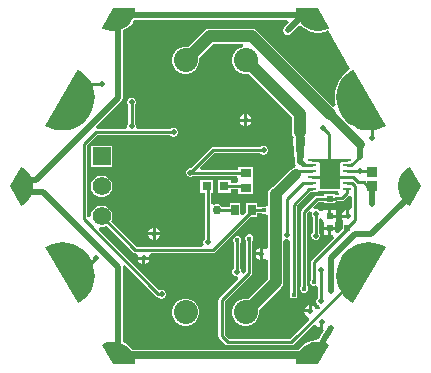
<source format=gbr>
%TF.GenerationSoftware,Altium Limited,Altium Designer,25.8.1 (18)*%
G04 Layer_Physical_Order=1*
G04 Layer_Color=255*
%FSLAX45Y45*%
%MOMM*%
%TF.SameCoordinates,D209C50B-13B8-4165-AD63-5D07F8741E93*%
%TF.FilePolarity,Positive*%
%TF.FileFunction,Copper,L1,Top,Signal*%
%TF.Part,Single*%
G01*
G75*
%TA.AperFunction,SMDPad,CuDef*%
%ADD10R,0.76200X0.25400*%
%ADD11R,0.64000X0.89000*%
%ADD12R,0.95000X0.80000*%
%ADD13R,1.80340X2.59080*%
%ADD14R,0.86213X0.85776*%
G04:AMPARAMS|DCode=15|XSize=1mm|YSize=1mm|CornerRadius=0.5mm|HoleSize=0mm|Usage=FLASHONLY|Rotation=120.000|XOffset=0mm|YOffset=0mm|HoleType=Round|Shape=RoundedRectangle|*
%AMROUNDEDRECTD15*
21,1,1.00000,0.00000,0,0,120.0*
21,1,0.00000,1.00000,0,0,120.0*
1,1,1.00000,0.00000,0.00000*
1,1,1.00000,0.00000,0.00000*
1,1,1.00000,0.00000,0.00000*
1,1,1.00000,0.00000,0.00000*
%
%ADD15ROUNDEDRECTD15*%
%ADD16R,0.60000X0.50000*%
%ADD17R,0.50000X0.60000*%
%ADD18R,0.80000X0.80000*%
G04:AMPARAMS|DCode=19|XSize=1mm|YSize=1mm|CornerRadius=0.5mm|HoleSize=0mm|Usage=FLASHONLY|Rotation=0.000|XOffset=0mm|YOffset=0mm|HoleType=Round|Shape=RoundedRectangle|*
%AMROUNDEDRECTD19*
21,1,1.00000,0.00000,0,0,0.0*
21,1,0.00000,1.00000,0,0,0.0*
1,1,1.00000,0.00000,0.00000*
1,1,1.00000,0.00000,0.00000*
1,1,1.00000,0.00000,0.00000*
1,1,1.00000,0.00000,0.00000*
%
%ADD19ROUNDEDRECTD19*%
G04:AMPARAMS|DCode=20|XSize=1mm|YSize=1mm|CornerRadius=0.5mm|HoleSize=0mm|Usage=FLASHONLY|Rotation=60.000|XOffset=0mm|YOffset=0mm|HoleType=Round|Shape=RoundedRectangle|*
%AMROUNDEDRECTD20*
21,1,1.00000,0.00000,0,0,60.0*
21,1,0.00000,1.00000,0,0,60.0*
1,1,1.00000,0.00000,0.00000*
1,1,1.00000,0.00000,0.00000*
1,1,1.00000,0.00000,0.00000*
1,1,1.00000,0.00000,0.00000*
%
%ADD20ROUNDEDRECTD20*%
%TA.AperFunction,Conductor*%
%ADD21C,0.68580*%
%ADD22C,0.76200*%
%ADD23C,0.50800*%
%ADD24C,0.60960*%
%ADD25C,1.01600*%
%ADD26C,0.25400*%
%ADD27C,0.43180*%
%ADD28C,0.83820*%
%ADD29C,0.63500*%
%TA.AperFunction,ComponentPad*%
%ADD30C,2.03200*%
%ADD31C,1.57000*%
%ADD32R,1.57000X1.57000*%
%TA.AperFunction,ViaPad*%
%ADD33C,0.76200*%
%ADD34C,0.50800*%
%ADD35C,0.45720*%
%ADD36C,0.43180*%
%ADD37C,0.38100*%
G36*
X868900Y1505302D02*
X963200Y1342424D01*
X949010Y1333713D01*
X917980Y1321624D01*
X885294Y1315253D01*
X851996Y1314804D01*
X819150Y1320292D01*
X787806Y1331541D01*
X758966Y1348192D01*
X733552Y1369712D01*
X712377Y1395414D01*
X696116Y1424475D01*
X685290Y1455968D01*
X680245Y1488884D01*
X680694Y1505529D01*
Y1505529D01*
X868900Y1505302D01*
D02*
G37*
G36*
X-680245Y1488884D02*
X-685290Y1455968D01*
X-696116Y1424475D01*
X-712377Y1395414D01*
X-733552Y1369712D01*
X-758966Y1348192D01*
X-787806Y1331541D01*
X-819150Y1320292D01*
X-851996Y1314804D01*
X-885294Y1315253D01*
X-917980Y1321624D01*
X-949010Y1333713D01*
X-963200Y1342424D01*
Y1342424D01*
X-868900Y1505302D01*
X-680694Y1505529D01*
X-680245Y1488884D01*
D02*
G37*
G36*
X619114Y1385251D02*
X582131Y1348269D01*
X580006Y1345087D01*
X577300Y1342382D01*
X575836Y1338847D01*
X573711Y1335666D01*
X572964Y1331913D01*
X571500Y1328379D01*
Y1324553D01*
X570753Y1320800D01*
X571500Y1317047D01*
Y1313221D01*
X572964Y1309687D01*
X573711Y1305934D01*
X575836Y1302753D01*
X577300Y1299218D01*
X580006Y1296513D01*
X582131Y1293331D01*
X585313Y1291206D01*
X588018Y1288500D01*
X591553Y1287036D01*
X594734Y1284911D01*
X598487Y1284164D01*
X602021Y1282700D01*
X605847D01*
X609600Y1281953D01*
X613353Y1282700D01*
X617179D01*
X620713Y1284164D01*
X624466Y1284911D01*
X627647Y1287036D01*
X631182Y1288500D01*
X633887Y1291206D01*
X637069Y1293331D01*
X700806Y1357069D01*
X724669Y1359221D01*
X750083Y1337701D01*
X751309Y1337309D01*
X752093Y1336287D01*
X780933Y1319637D01*
X782209Y1319469D01*
X783162Y1318603D01*
X814506Y1307354D01*
X815792Y1307416D01*
X816884Y1306734D01*
X849730Y1301246D01*
X850985Y1301536D01*
X852181Y1301059D01*
X885479Y1301508D01*
X886662Y1302016D01*
X887924Y1301760D01*
X920610Y1308131D01*
X921683Y1308842D01*
X922971Y1308815D01*
X949544Y1319169D01*
X1138543Y991809D01*
X1138219Y991016D01*
X1103715Y964016D01*
X1103151Y963017D01*
X1102108Y962539D01*
X1072311Y930418D01*
X1071912Y929343D01*
X1070958Y928706D01*
X1046619Y892275D01*
X1046395Y891150D01*
X1045554Y890370D01*
X1027286Y850547D01*
X1027243Y849401D01*
X1026536Y848498D01*
X1014799Y806286D01*
X1014938Y805148D01*
X1014383Y804144D01*
X1009473Y760607D01*
X1009790Y759505D01*
X1009401Y758426D01*
X1011442Y714660D01*
X1011930Y713622D01*
X1011716Y712495D01*
X1017490Y684793D01*
X994171Y672191D01*
X350581Y1315781D01*
X329576Y1329816D01*
X304800Y1334744D01*
X-50800D01*
X-75576Y1329816D01*
X-96581Y1315781D01*
X-232887Y1179475D01*
X-238952Y1181100D01*
X-269048D01*
X-298118Y1173311D01*
X-324182Y1158263D01*
X-345463Y1136982D01*
X-360511Y1110918D01*
X-368300Y1081848D01*
Y1051752D01*
X-360511Y1022682D01*
X-345463Y996618D01*
X-324182Y975337D01*
X-298118Y960289D01*
X-269048Y952500D01*
X-238952D01*
X-209882Y960289D01*
X-183818Y975337D01*
X-162537Y996618D01*
X-147489Y1022682D01*
X-139700Y1051752D01*
Y1081848D01*
X-141325Y1087913D01*
X-23982Y1205256D01*
X230965D01*
X234309Y1179856D01*
X209882Y1173311D01*
X183818Y1158263D01*
X162537Y1136982D01*
X147489Y1110918D01*
X139700Y1081848D01*
Y1051752D01*
X147489Y1022682D01*
X162537Y996618D01*
X183818Y975337D01*
X209882Y960289D01*
X238952Y952500D01*
X269048D01*
X275113Y954125D01*
X646456Y582782D01*
Y457200D01*
X651384Y432424D01*
X661554Y417204D01*
X659405Y406400D01*
Y355600D01*
X663290Y336070D01*
Y304800D01*
X666936Y286466D01*
X667174Y286110D01*
Y254000D01*
X670525Y237152D01*
X672353Y234416D01*
Y203200D01*
X675311Y188334D01*
X680100Y181167D01*
X679847Y177972D01*
X673904Y161678D01*
X669299Y155092D01*
X656868Y152619D01*
X638804Y140549D01*
X490525Y-7729D01*
X483224Y-9182D01*
X462219Y-23217D01*
X448184Y-44221D01*
X443256Y-68998D01*
Y-159233D01*
X437130Y-164768D01*
X417856Y-173579D01*
X412715Y-171450D01*
X400085D01*
X388415Y-176284D01*
X387396Y-177302D01*
X349500D01*
Y-143600D01*
X260100D01*
Y-221375D01*
X234900Y-246575D01*
X209500Y-236054D01*
Y-143600D01*
X120100D01*
Y-176171D01*
X56686D01*
X55494Y-173292D01*
X41204Y-159002D01*
X22533Y-151268D01*
X2323D01*
X-13725Y-157916D01*
X-26105Y-153371D01*
X-39125Y-145858D01*
Y-52700D01*
X-22300D01*
Y52700D01*
X-127700D01*
Y-52700D01*
X-90920D01*
Y-447861D01*
X-97322Y-454263D01*
X-103123Y-468266D01*
Y-483423D01*
X-101104Y-488296D01*
X-112808Y-510927D01*
X-115984Y-513696D01*
X-668879D01*
X-885032Y-297544D01*
X-880215Y-289202D01*
X-874000Y-266007D01*
Y-241993D01*
X-880215Y-218798D01*
X-892222Y-198002D01*
X-909202Y-181022D01*
X-929998Y-169015D01*
X-953193Y-162800D01*
X-977207D01*
X-1000402Y-169015D01*
X-1021198Y-181022D01*
X-1038178Y-198002D01*
X-1050185Y-218798D01*
X-1056400Y-241993D01*
Y-250773D01*
X-1081800Y-263688D01*
X-1091702Y-256468D01*
Y342366D01*
X-1077741Y354054D01*
X-1056400Y338794D01*
X-1056400Y320192D01*
Y162800D01*
X-874000D01*
Y345200D01*
X-1031018D01*
X-1052699Y345200D01*
X-1060606Y350751D01*
X-1072746Y363830D01*
X-1005273Y431302D01*
X-383584D01*
X-377182Y424900D01*
X-363179Y419100D01*
X-348021D01*
X-334018Y424900D01*
X-323300Y435618D01*
X-317500Y449621D01*
Y464779D01*
X-323300Y478782D01*
X-334018Y489500D01*
X-348021Y495300D01*
X-363179D01*
X-377182Y489500D01*
X-383584Y483098D01*
X-652783D01*
X-673100Y500422D01*
Y515579D01*
X-678900Y529582D01*
X-685302Y535984D01*
Y683216D01*
X-678900Y689618D01*
X-673100Y703621D01*
Y718779D01*
X-678900Y732782D01*
X-689618Y743500D01*
X-703621Y749300D01*
X-718779D01*
X-732782Y743500D01*
X-743500Y732782D01*
X-749300Y718779D01*
Y703621D01*
X-743500Y689618D01*
X-737098Y683216D01*
Y535984D01*
X-743500Y529582D01*
X-749300Y515579D01*
Y500422D01*
X-769617Y483098D01*
X-1000844D01*
X-1011365Y508498D01*
X-798539Y721323D01*
X-790119Y733926D01*
X-787161Y748792D01*
Y1317168D01*
X-783162Y1318603D01*
X-782209Y1319469D01*
X-780933Y1319637D01*
X-752093Y1336287D01*
X-751309Y1337309D01*
X-750083Y1337701D01*
X-724669Y1359221D01*
X-724080Y1360366D01*
X-722943Y1360971D01*
X-701767Y1386672D01*
X-701391Y1387904D01*
X-700380Y1388701D01*
X-689181Y1408717D01*
X609393D01*
X619114Y1385251D01*
D02*
G37*
G36*
X1440820Y514207D02*
X1422047Y502916D01*
X1381401Y486560D01*
X1338679Y476841D01*
X1294957Y474005D01*
X1251338Y478123D01*
X1208919Y489091D01*
X1168771Y506632D01*
X1131903Y530305D01*
X1099246Y559514D01*
X1071622Y593522D01*
X1049728Y631472D01*
X1034114Y672409D01*
X1025173Y715300D01*
X1023133Y759066D01*
X1028043Y802604D01*
X1039780Y844816D01*
X1058049Y884639D01*
X1082389Y921069D01*
X1112186Y953190D01*
X1146691Y980191D01*
X1165862Y990791D01*
X1165862D01*
X1440820Y514207D01*
D02*
G37*
G36*
X-1146853Y978567D02*
X-1112365Y951545D01*
X-1082587Y919406D01*
X-1058270Y882960D01*
X-1040027Y843126D01*
X-1028316Y800906D01*
X-1023433Y757366D01*
X-1025501Y713601D01*
X-1034468Y670715D01*
X-1050107Y629788D01*
X-1072026Y591851D01*
X-1099671Y557861D01*
X-1132346Y528673D01*
X-1169228Y505023D01*
X-1209388Y487506D01*
X-1251813Y476565D01*
X-1295435Y472475D01*
X-1339155Y475338D01*
X-1381871Y485083D01*
X-1422507Y501465D01*
X-1441273Y512767D01*
X-1441272Y512768D01*
X-1166017Y989180D01*
X-1146853Y978567D01*
D02*
G37*
G36*
X1040532Y-46521D02*
X1043748Y-69228D01*
X1037484Y-75702D01*
X1016000D01*
X1007900Y-69055D01*
Y-66300D01*
X922500D01*
Y-78123D01*
X861179D01*
X851269Y-80095D01*
X842867Y-85708D01*
X731940Y-196635D01*
X726326Y-205037D01*
X724355Y-214948D01*
Y-843229D01*
X721182Y-846401D01*
X715962Y-859004D01*
Y-872646D01*
X721182Y-885249D01*
X730829Y-894895D01*
X743432Y-900115D01*
X757073D01*
X769676Y-894895D01*
X779322Y-885249D01*
X784542Y-872646D01*
Y-859004D01*
X779322Y-846401D01*
X776150Y-843229D01*
Y-225675D01*
X794833Y-206992D01*
X816366Y-221380D01*
X814341Y-226269D01*
Y-241426D01*
X820141Y-255429D01*
X824070Y-259357D01*
Y-387010D01*
X815194Y-395886D01*
X809394Y-409889D01*
Y-425046D01*
X815194Y-439050D01*
X825912Y-449767D01*
X839915Y-455568D01*
X855072D01*
X869076Y-449767D01*
X879794Y-439050D01*
X885594Y-425046D01*
Y-409889D01*
X879794Y-395886D01*
X875865Y-391957D01*
Y-277649D01*
X876239Y-276870D01*
X884400Y-270370D01*
X909800Y-282612D01*
Y-304400D01*
X914800D01*
Y-342900D01*
X965201D01*
X1015600D01*
Y-304400D01*
X1020600D01*
Y-266700D01*
X965200D01*
Y-254000D01*
X952500D01*
Y-203600D01*
X909800D01*
Y-206390D01*
X886351Y-211888D01*
X884400Y-211925D01*
X874023Y-201547D01*
X860020Y-195747D01*
X844862D01*
X839974Y-197772D01*
X825586Y-176239D01*
X871906Y-129918D01*
X922500D01*
Y-141700D01*
X1007900D01*
Y-129918D01*
X1013579D01*
X1023490Y-127947D01*
X1024163Y-127498D01*
X1071800D01*
X1081711Y-125526D01*
X1090112Y-119912D01*
X1128780Y-81245D01*
X1137418Y-82233D01*
X1154180Y-89970D01*
Y-186673D01*
X1130300Y-202629D01*
Y-254000D01*
X1117600D01*
Y-266700D01*
X1067875D01*
X1074534Y-282776D01*
X1079258Y-287500D01*
X1077500Y-312900D01*
X1077500D01*
Y-361675D01*
X1041000Y-398175D01*
X1015600Y-387654D01*
Y-368300D01*
X977901D01*
Y-411000D01*
X992254D01*
X1002775Y-436400D01*
X818020Y-621155D01*
X812407Y-629557D01*
X810435Y-639467D01*
Y-788114D01*
X807336Y-791213D01*
X802502Y-802883D01*
Y-815514D01*
X807336Y-827183D01*
X816267Y-836115D01*
X827937Y-840948D01*
X840568D01*
X842802Y-840023D01*
X865803Y-852079D01*
X868202Y-854902D01*
Y-943020D01*
X860452Y-950771D01*
X854651Y-964774D01*
Y-979931D01*
X860452Y-993935D01*
X871169Y-1004652D01*
X876501Y-1006861D01*
X883906Y-1032677D01*
X874915Y-1042628D01*
X849821Y-1036005D01*
X846102Y-1027025D01*
X831811Y-1012735D01*
X815735Y-1006076D01*
Y-1055801D01*
X803035D01*
Y-1068501D01*
X753310D01*
X759969Y-1084577D01*
X774260Y-1098868D01*
X787169Y-1104215D01*
X794456Y-1122926D01*
X795304Y-1132001D01*
X632403Y-1294902D01*
X112327D01*
X76698Y-1259273D01*
Y-975927D01*
X304192Y-748433D01*
X309806Y-740031D01*
X311777Y-730121D01*
Y-464711D01*
X314949Y-461539D01*
X320169Y-448936D01*
Y-435295D01*
X314949Y-422692D01*
X305303Y-413046D01*
X292700Y-407825D01*
X279059D01*
X266456Y-413046D01*
X256809Y-422692D01*
X251589Y-435295D01*
Y-448936D01*
X256809Y-461539D01*
X259982Y-464711D01*
Y-719394D01*
X240842Y-738533D01*
X233290Y-736304D01*
X217375Y-726079D01*
Y-716449D01*
X211575Y-702446D01*
X207678Y-698549D01*
Y-482867D01*
X213354Y-477191D01*
X218574Y-464588D01*
Y-450946D01*
X213354Y-438343D01*
X203708Y-428697D01*
X191105Y-423477D01*
X177464D01*
X164861Y-428697D01*
X155215Y-438343D01*
X149994Y-450946D01*
Y-464588D01*
X155215Y-477191D01*
X155882Y-477858D01*
Y-693540D01*
X146976Y-702446D01*
X141175Y-716449D01*
Y-731607D01*
X146976Y-745610D01*
X157694Y-756328D01*
X171697Y-762128D01*
X181326D01*
X191551Y-778042D01*
X193781Y-785595D01*
X32488Y-946888D01*
X26874Y-955289D01*
X24902Y-965200D01*
Y-1270000D01*
X26874Y-1279911D01*
X32488Y-1288312D01*
X83288Y-1339112D01*
X91689Y-1344726D01*
X101600Y-1346698D01*
X643130D01*
X653040Y-1344726D01*
X661442Y-1339112D01*
X826661Y-1173894D01*
X854656Y-1175105D01*
X868946Y-1189395D01*
X885022Y-1196053D01*
Y-1146328D01*
X910422D01*
Y-1203493D01*
X913047Y-1206381D01*
X920401Y-1219413D01*
X874345Y-1289699D01*
X872986Y-1293064D01*
X870967Y-1296077D01*
X849730Y-1301246D01*
X816884Y-1306734D01*
X815792Y-1307416D01*
X814506Y-1307354D01*
X783162Y-1318603D01*
X782209Y-1319469D01*
X780933Y-1319637D01*
X752093Y-1336288D01*
X751309Y-1337309D01*
X750083Y-1337702D01*
X724669Y-1359222D01*
X724080Y-1360366D01*
X722943Y-1360971D01*
X702577Y-1385690D01*
X-702577D01*
X-722943Y-1360971D01*
X-724080Y-1360366D01*
X-724669Y-1359222D01*
X-750083Y-1337702D01*
X-751309Y-1337309D01*
X-752093Y-1336288D01*
X-780933Y-1319637D01*
X-782209Y-1319469D01*
X-783162Y-1318603D01*
X-787161Y-1317168D01*
Y-682275D01*
X-787758Y-679279D01*
X-764349Y-666767D01*
X-503263Y-927853D01*
X-494861Y-933467D01*
X-490154Y-934403D01*
X-489500Y-935982D01*
X-478782Y-946700D01*
X-464779Y-952500D01*
X-449621D01*
X-435618Y-946700D01*
X-424900Y-935982D01*
X-419100Y-921979D01*
Y-906821D01*
X-424900Y-892818D01*
X-435618Y-882100D01*
X-449621Y-876300D01*
X-464779D01*
X-476649Y-881217D01*
X-989724Y-368142D01*
X-977808Y-346302D01*
X-976745Y-345200D01*
X-953193D01*
X-929998Y-338985D01*
X-921656Y-334168D01*
X-697919Y-557906D01*
X-689517Y-563520D01*
X-679606Y-565491D01*
X-671715D01*
X-669605Y-567190D01*
X-656836Y-590891D01*
X-659325Y-596900D01*
X-559875D01*
X-562364Y-590891D01*
X-549595Y-567190D01*
X-547485Y-565491D01*
X-21494D01*
X-11583Y-563520D01*
X-3181Y-557906D01*
X296725Y-258000D01*
X349500D01*
Y-229098D01*
X387396D01*
X388415Y-230116D01*
X400085Y-234950D01*
X412715D01*
X417856Y-232821D01*
X437130Y-241632D01*
X443256Y-247167D01*
Y-518753D01*
X417856Y-529274D01*
X417506Y-528924D01*
X401430Y-522265D01*
Y-571990D01*
Y-621715D01*
X417506Y-615056D01*
X417856Y-614706D01*
X443256Y-625228D01*
Y-785982D01*
X275113Y-954125D01*
X269048Y-952500D01*
X238952D01*
X209882Y-960289D01*
X183818Y-975337D01*
X162537Y-996618D01*
X147489Y-1022682D01*
X139700Y-1051752D01*
Y-1081848D01*
X147489Y-1110918D01*
X162537Y-1136982D01*
X183818Y-1158263D01*
X209882Y-1173311D01*
X238952Y-1181100D01*
X269048D01*
X298118Y-1173311D01*
X324182Y-1158263D01*
X345463Y-1136982D01*
X360511Y-1110918D01*
X368300Y-1081848D01*
Y-1051752D01*
X366675Y-1045687D01*
X553781Y-858581D01*
X567816Y-837576D01*
X572744Y-812800D01*
Y-465651D01*
X598144Y-449827D01*
X598428Y-449945D01*
X613585D01*
X634502Y-468774D01*
Y-897621D01*
X633484Y-898640D01*
X628650Y-910310D01*
Y-922940D01*
X633484Y-934610D01*
X642415Y-943541D01*
X654085Y-948375D01*
X666715D01*
X678385Y-943541D01*
X687316Y-934610D01*
X692150Y-922940D01*
Y-910310D01*
X687316Y-898640D01*
X686298Y-897621D01*
Y-166207D01*
X803207Y-49298D01*
X817880D01*
X820382Y-48800D01*
X868680D01*
Y-40640D01*
X1036068D01*
X1040532Y-46521D01*
D02*
G37*
G36*
X1737775Y0D02*
X1643868Y-163106D01*
X1629229Y-155172D01*
X1603245Y-134344D01*
X1581384Y-109222D01*
X1564347Y-80609D01*
X1552677Y-49420D01*
X1546747Y-16651D01*
Y16650D01*
X1552677Y49420D01*
X1564347Y80609D01*
X1581384Y109222D01*
X1603245Y134344D01*
X1629229Y155171D01*
X1643868Y163105D01*
X1643868D01*
X1737775Y0D01*
D02*
G37*
G36*
X-1629230Y155171D02*
X-1603245Y134344D01*
X-1581385Y109222D01*
X-1564347Y80609D01*
X-1552677Y49420D01*
X-1546747Y16650D01*
Y-16651D01*
X-1552677Y-49420D01*
X-1564347Y-80609D01*
X-1581385Y-109222D01*
X-1603245Y-134344D01*
X-1629230Y-155172D01*
X-1643868Y-163106D01*
Y-163105D01*
X-1737775Y0D01*
X-1643868Y163105D01*
X-1629230Y155171D01*
D02*
G37*
G36*
X-1251338Y-478123D02*
X-1208920Y-489091D01*
X-1168771Y-506632D01*
X-1131904Y-530306D01*
X-1099246Y-559514D01*
X-1071623Y-593522D01*
X-1049728Y-631472D01*
X-1034114Y-672409D01*
X-1025174Y-715301D01*
X-1023133Y-759067D01*
X-1028043Y-802604D01*
X-1039781Y-844816D01*
X-1058049Y-884639D01*
X-1082389Y-921070D01*
X-1112186Y-953190D01*
X-1146691Y-980191D01*
X-1165862Y-990792D01*
Y-990791D01*
X-1440820Y-514207D01*
X-1422047Y-502916D01*
X-1381401Y-486560D01*
X-1338679Y-476842D01*
X-1294958Y-474006D01*
X-1251338Y-478123D01*
D02*
G37*
G36*
X1339151Y-477343D02*
X1381867Y-487088D01*
X1422503Y-503470D01*
X1441269Y-514772D01*
X1166013Y-991185D01*
X1146849Y-980572D01*
X1112361Y-953550D01*
X1082584Y-921411D01*
X1058267Y-884965D01*
X1040023Y-845130D01*
X1028312Y-802911D01*
X1023429Y-759371D01*
X1025497Y-715606D01*
X1034464Y-672720D01*
X1050104Y-631793D01*
X1072022Y-593856D01*
X1099667Y-559866D01*
X1132342Y-530678D01*
X1169224Y-507027D01*
X1209384Y-489511D01*
X1251810Y-478570D01*
X1295431Y-474480D01*
X1339151Y-477343D01*
D02*
G37*
G36*
X885294Y-1315253D02*
X917980Y-1321624D01*
X949010Y-1333713D01*
X963200Y-1342424D01*
X868900Y-1505302D01*
X680694Y-1505529D01*
X680245Y-1488885D01*
X685290Y-1455968D01*
X696116Y-1424475D01*
X712377Y-1395414D01*
X733552Y-1369712D01*
X758966Y-1348192D01*
X787806Y-1331542D01*
X819150Y-1320293D01*
X851996Y-1314805D01*
X885294Y-1315253D01*
D02*
G37*
G36*
X-819150Y-1320293D02*
X-787806Y-1331542D01*
X-758966Y-1348192D01*
X-733552Y-1369712D01*
X-712377Y-1395414D01*
X-696116Y-1424475D01*
X-685290Y-1455968D01*
X-680245Y-1488885D01*
X-680694Y-1505529D01*
X-868900Y-1505302D01*
X-963200Y-1342424D01*
X-949010Y-1333713D01*
X-917980Y-1321624D01*
X-885294Y-1315253D01*
X-851996Y-1314805D01*
X-819150Y-1320293D01*
D02*
G37*
%LPC*%
G36*
X266700Y608525D02*
Y571500D01*
X303725D01*
X297066Y587576D01*
X282776Y601866D01*
X266700Y608525D01*
D02*
G37*
G36*
X241300D02*
X225224Y601866D01*
X210934Y587576D01*
X204275Y571500D01*
X241300D01*
Y608525D01*
D02*
G37*
G36*
X303725Y546100D02*
X266700D01*
Y509075D01*
X282776Y515734D01*
X297066Y530024D01*
X303725Y546100D01*
D02*
G37*
G36*
X241300D02*
X204275D01*
X210934Y530024D01*
X225224Y515734D01*
X241300Y509075D01*
Y546100D01*
D02*
G37*
G36*
X413979Y342900D02*
X398821D01*
X384818Y337100D01*
X378416Y330698D01*
X-23524D01*
X-33435Y328726D01*
X-41837Y323112D01*
X-210656Y154293D01*
X-219710D01*
X-233713Y148492D01*
X-244431Y137775D01*
X-250231Y123771D01*
Y108614D01*
X-244431Y94611D01*
X-233713Y83893D01*
X-219710Y78093D01*
X-204553D01*
X-190550Y83893D01*
X-187040Y87402D01*
X183183D01*
X193800Y62002D01*
Y41000D01*
X172253Y25898D01*
X127700D01*
Y52700D01*
X22300D01*
Y-52700D01*
X127700D01*
Y-25898D01*
X193800D01*
Y-64400D01*
X314200D01*
Y35200D01*
X314200Y41000D01*
Y60600D01*
X314200Y66400D01*
Y166000D01*
X193800D01*
Y139198D01*
X-119315D01*
X-129035Y162664D01*
X-12797Y278902D01*
X378416D01*
X384818Y272500D01*
X398821Y266700D01*
X413979D01*
X427982Y272500D01*
X438700Y283218D01*
X444500Y297221D01*
Y312379D01*
X438700Y326382D01*
X427982Y337100D01*
X413979Y342900D01*
D02*
G37*
G36*
X-953193Y91200D02*
X-977207D01*
X-1000402Y84985D01*
X-1021198Y72978D01*
X-1038178Y55998D01*
X-1050185Y35202D01*
X-1056400Y12007D01*
Y-12007D01*
X-1050185Y-35202D01*
X-1038178Y-55998D01*
X-1021198Y-72978D01*
X-1000402Y-84985D01*
X-977207Y-91200D01*
X-953193D01*
X-929998Y-84985D01*
X-909202Y-72978D01*
X-892222Y-55998D01*
X-880215Y-35202D01*
X-874000Y-12007D01*
Y12007D01*
X-880215Y35202D01*
X-892222Y55998D01*
X-909202Y72978D01*
X-929998Y84985D01*
X-953193Y91200D01*
D02*
G37*
G36*
X-505020Y-352687D02*
Y-389712D01*
X-467995D01*
X-474654Y-373636D01*
X-488944Y-359346D01*
X-505020Y-352687D01*
D02*
G37*
G36*
X-530420D02*
X-546496Y-359346D01*
X-560786Y-373636D01*
X-567445Y-389712D01*
X-530420D01*
Y-352687D01*
D02*
G37*
G36*
X-467995Y-415112D02*
X-505020D01*
Y-452137D01*
X-488944Y-445478D01*
X-474654Y-431188D01*
X-467995Y-415112D01*
D02*
G37*
G36*
X-530420D02*
X-567445D01*
X-560786Y-431188D01*
X-546496Y-445478D01*
X-530420Y-452137D01*
Y-415112D01*
D02*
G37*
G36*
X1020600Y-203600D02*
X977900D01*
Y-241300D01*
X1020600D01*
Y-203600D01*
D02*
G37*
G36*
X1104900Y-204275D02*
X1088824Y-210934D01*
X1074534Y-225224D01*
X1067875Y-241300D01*
X1104900D01*
Y-204275D01*
D02*
G37*
G36*
X952501Y-368300D02*
X914800D01*
Y-411000D01*
X952501D01*
Y-368300D01*
D02*
G37*
G36*
X376030Y-522265D02*
X359954Y-528924D01*
X345664Y-543214D01*
X339005Y-559290D01*
X376030D01*
Y-522265D01*
D02*
G37*
G36*
Y-584690D02*
X339005D01*
X345664Y-600766D01*
X359954Y-615056D01*
X376030Y-621715D01*
Y-584690D01*
D02*
G37*
G36*
X-559875Y-622300D02*
X-596900D01*
Y-659325D01*
X-580824Y-652666D01*
X-566534Y-638376D01*
X-559875Y-622300D01*
D02*
G37*
G36*
X-622300D02*
X-659325D01*
X-652666Y-638376D01*
X-638376Y-652666D01*
X-622300Y-659325D01*
Y-622300D01*
D02*
G37*
G36*
X790335Y-1006076D02*
X774260Y-1012735D01*
X759969Y-1027025D01*
X753310Y-1043101D01*
X790335D01*
Y-1006076D01*
D02*
G37*
G36*
X-238952Y-952500D02*
X-269048D01*
X-298118Y-960289D01*
X-324182Y-975337D01*
X-345463Y-996618D01*
X-360511Y-1022682D01*
X-368300Y-1051752D01*
Y-1081848D01*
X-360511Y-1110918D01*
X-345463Y-1136982D01*
X-324182Y-1158263D01*
X-298118Y-1173311D01*
X-269048Y-1181100D01*
X-238952D01*
X-209882Y-1173311D01*
X-183818Y-1158263D01*
X-162537Y-1136982D01*
X-147489Y-1110918D01*
X-139700Y-1081848D01*
Y-1051752D01*
X-147489Y-1022682D01*
X-162537Y-996618D01*
X-183818Y-975337D01*
X-209882Y-960289D01*
X-238952Y-952500D01*
D02*
G37*
%LPD*%
D10*
X817880Y176600D02*
D03*
X1112520D02*
D03*
X817880Y76600D02*
D03*
Y226600D02*
D03*
X1112520Y76600D02*
D03*
Y226600D02*
D03*
Y126600D02*
D03*
X817880D02*
D03*
Y26600D02*
D03*
Y-23400D02*
D03*
X1112520D02*
D03*
Y26600D02*
D03*
D11*
X164800Y-200800D02*
D03*
X304800D02*
D03*
D12*
X254000Y113300D02*
D03*
Y-11700D02*
D03*
D13*
X965200Y101600D02*
D03*
D14*
X1320800Y0D02*
D03*
Y120437D02*
D03*
D15*
X-1239014Y714008D02*
D03*
X1239010Y-716012D02*
D03*
X826008Y-1431011D02*
D03*
X-826008Y1431011D02*
D03*
D16*
X965200Y-254000D02*
D03*
Y-104000D02*
D03*
D17*
Y-355600D02*
D03*
X1115200D02*
D03*
D18*
X-75000Y0D02*
D03*
X75000D02*
D03*
D19*
X1239012Y715010D02*
D03*
X-1239012Y-715010D02*
D03*
X1651991Y0D02*
D03*
X-1651991D02*
D03*
D20*
X826008Y1431011D02*
D03*
X-826008Y-1431011D02*
D03*
D21*
X711200Y304800D02*
Y355600D01*
D22*
Y406400D01*
X965200Y609600D02*
X1219200Y355600D01*
D23*
X711200Y203200D02*
Y254000D01*
X1219200Y246559D02*
Y355600D01*
X1320800Y-152400D02*
Y-218D01*
X1321018Y0D01*
X-826008Y-1431011D02*
Y-682275D01*
X-1457483Y-50800D02*
X-826008Y-682275D01*
X719811Y1447564D02*
X749965D01*
X-723235D02*
X719811D01*
X609600Y1320800D02*
X719811Y1431011D01*
X980109Y-886011D02*
Y-606054D01*
X979924Y-886196D02*
X980109Y-886011D01*
X906837Y-1310990D02*
X980106Y-1199174D01*
X906822Y-1343060D02*
X906822Y-1322398D01*
X906837Y-1310990D01*
X980109Y-606054D02*
X1059403Y-526760D01*
X1179762Y-406400D01*
X1317296D01*
X-1571749Y50800D02*
X-1524000D01*
X-826008Y748792D01*
X1625585Y-98112D02*
Y-47386D01*
X1317296Y-406400D02*
X1625585Y-98112D01*
X-1625600Y-50800D02*
X-1457483D01*
X-826008Y748792D02*
Y1431011D01*
D24*
X711200Y254000D02*
Y304800D01*
D25*
Y457200D02*
Y609600D01*
X254000Y1066800D02*
X711200Y609600D01*
X-254000Y1066800D02*
X-50800Y1270000D01*
X304800D01*
X965200Y609600D01*
X254000Y-1066800D02*
X508000Y-812800D01*
Y-68998D01*
D26*
X749639Y176600D02*
X817880D01*
X737800Y188439D02*
X749639Y176600D01*
X1149241D02*
X1219200Y246559D01*
X1112520Y176600D02*
X1149241D01*
X12428Y-202068D02*
X163532D01*
X164800Y-200800D01*
X847494Y-417468D02*
X849967Y-414994D01*
X849282Y-233035D02*
X849967Y-233721D01*
X1254775Y34867D02*
X1284963Y4678D01*
X817880Y76600D02*
X940200D01*
X965200Y101600D01*
X817880Y226600D02*
X879570D01*
X1112520Y76600D02*
X1162023D01*
X1203756Y34867D01*
X1254775D01*
X965200Y101600D02*
X990200Y76600D01*
X965200Y140970D02*
X1050830Y226600D01*
X990200Y76600D02*
X1112520D01*
X1050830Y226600D02*
X1112520D01*
X-711200Y508000D02*
Y711200D01*
X-212131Y116193D02*
X-209239Y113300D01*
X-23524Y304800D02*
X406400D01*
X-212131Y116193D02*
X-23524Y304800D01*
X-209239Y113300D02*
X254000D01*
X965200Y101600D02*
Y140970D01*
X910636Y491501D02*
X959665Y442472D01*
X894100Y-971004D02*
Y-706734D01*
X895449Y-705385D01*
X892751Y-972353D02*
X894100Y-971004D01*
X879570Y226600D02*
X959665Y146505D01*
X965200Y140970D01*
X959665D02*
Y146505D01*
Y442472D01*
X849967Y-414994D02*
Y-233721D01*
X1112520Y126600D02*
X1224548D01*
X1314184Y127053D02*
X1320800Y120437D01*
X1224548Y126600D02*
X1225002Y127053D01*
X1314184D01*
X678175Y107807D02*
X683674D01*
X702467Y126600D02*
X817880D01*
X683674Y107807D02*
X702467Y126600D01*
X-1113412Y816988D02*
X-1068441Y861959D01*
X-966841D01*
X-965200Y863600D01*
X834252Y-809198D02*
X836333Y-807118D01*
Y-639467D02*
X1115200Y-360600D01*
X836333Y-807118D02*
Y-639467D01*
X-679606Y-539594D02*
X-21494D01*
X-965200Y-254000D02*
X-679606Y-539594D01*
X-21494D02*
X304800Y-213300D01*
X-75000Y0D02*
X-65023Y-9977D01*
Y-475845D02*
Y-9977D01*
X-484951Y-909540D02*
X-462060D01*
X-457200Y-914400D01*
X181780Y-721524D02*
Y-460271D01*
X179275Y-724028D02*
X181780Y-721524D01*
Y-460271D02*
X184284Y-457767D01*
X-1117600Y-276891D02*
X-484951Y-909540D01*
X-1016000Y457200D02*
X-355600D01*
X-1117600Y-276891D02*
Y355600D01*
X285879Y-730121D02*
Y-442115D01*
X965200Y-104021D02*
X1013579D01*
X660400Y-916625D02*
Y-155480D01*
X750252Y-865825D02*
Y-214948D01*
X861179Y-104021D01*
X965200D01*
X660400Y-155480D02*
X792480Y-23400D01*
X1013579Y-104021D02*
X1016000Y-101600D01*
X1071800D01*
X1115200Y-355600D02*
Y-350600D01*
Y-360600D02*
Y-355600D01*
X101600Y-1320800D02*
X643130D01*
X1128212Y-835717D01*
X304800Y-200800D02*
X307200Y-203200D01*
X406400D01*
X606007Y-411845D02*
Y-105193D01*
X737800Y26600D01*
X817880D01*
X304800Y-213300D02*
Y-200800D01*
X-1117600Y355600D02*
X-1016000Y457200D01*
X792480Y-23400D02*
X817880D01*
X50800Y-965200D02*
X285879Y-730121D01*
X50800Y-1270000D02*
X101600Y-1320800D01*
X50800Y-1270000D02*
Y-965200D01*
X1112520Y-60880D02*
Y-23400D01*
X1071800Y-101600D02*
X1112520Y-60880D01*
X1320800Y406400D02*
Y508000D01*
X1239669Y589132D02*
X1320800Y508000D01*
X-1073172Y-666772D02*
X-1016000Y-609600D01*
X-1073172Y-711200D02*
Y-666772D01*
X1115200Y-350600D02*
X1180077Y-285723D01*
Y44D01*
X1112520Y26600D02*
X1153521D01*
X1180077Y44D01*
X75000Y0D02*
X203200D01*
X749965Y1431011D02*
X826008D01*
X906822Y-1343060D02*
X906837D01*
X897466Y-1384666D02*
X906837Y-1364497D01*
Y-1343060D01*
X1625585Y-46593D02*
X1651991Y-20187D01*
X1625585Y-47386D02*
Y-46593D01*
X1651991Y-20187D02*
Y0D01*
D27*
X711200Y203200D02*
X723039D01*
X737800Y188439D01*
D28*
X508000Y-68998D02*
X678175Y101178D01*
D29*
X-826008Y-1431011D02*
X826008D01*
D30*
X-254000Y1066800D02*
D03*
X254000D02*
D03*
Y-1066800D02*
D03*
X-254000D02*
D03*
D31*
X-965200Y-254000D02*
D03*
Y0D02*
D03*
D32*
Y254000D02*
D03*
D33*
X12428Y-202068D02*
D03*
D34*
X-711200Y711200D02*
D03*
X847494Y-417468D02*
D03*
X852441Y-233847D02*
D03*
X965200Y101600D02*
D03*
X-711200Y508000D02*
D03*
X406400Y304800D02*
D03*
X-212131Y116193D02*
D03*
X910636Y491501D02*
D03*
X895449Y-705385D02*
D03*
X892751Y-972353D02*
D03*
X1320800Y-152400D02*
D03*
X-965200Y863600D02*
D03*
X-609600Y-609600D02*
D03*
X609600Y1320800D02*
D03*
X-65023Y-475845D02*
D03*
X-457200Y-914400D02*
D03*
X179275Y-724028D02*
D03*
X979924Y-886196D02*
D03*
X-517720Y-402412D02*
D03*
X254000Y558800D02*
D03*
X803035Y-1055801D02*
D03*
X897722Y-1146328D02*
D03*
X980106Y-1199174D02*
D03*
X1117600Y-254000D02*
D03*
X388730Y-571990D02*
D03*
X606007Y-411845D02*
D03*
X-355600Y457200D02*
D03*
X1320800Y406400D02*
D03*
X-1016000Y-609600D02*
D03*
D35*
X1225002Y127053D02*
D03*
X678175Y107807D02*
D03*
D36*
X184284Y-457767D02*
D03*
X285879Y-442115D02*
D03*
X750252Y-865825D02*
D03*
D37*
X834252Y-809198D02*
D03*
X660400Y-916625D02*
D03*
X406400Y-203200D02*
D03*
%TF.MD5,8414370ef5581cdb593bfcee0d77a68c*%
M02*

</source>
